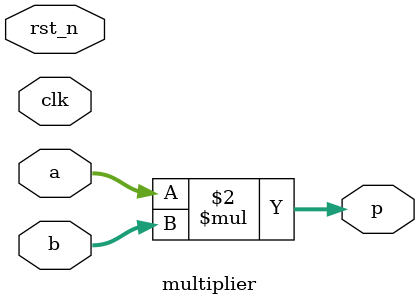
<source format=v>
module multiplier #(
    parameter DATA_WIDTH = 8,
    parameter SIGNED_MULT = 0 // 0 for unsigned, 1 for signed
) (
    input clk,
    input rst_n,
    input [DATA_WIDTH-1:0] a,
    input [DATA_WIDTH-1:0] b,
    output reg [2*DATA_WIDTH-1:0] p
);

    // Your multiplication logic here
    // For example, a simple combinational implementation:
    always @(*) begin
        if (SIGNED_MULT) begin
            p = $signed(a) * $signed(b);
        end else begin
            p = a * b;
        end
    end

endmodule

</source>
